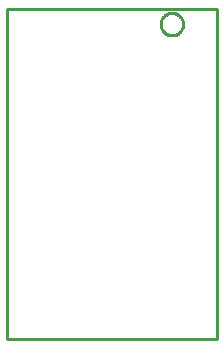
<source format=gbr>
G04 EAGLE Gerber RS-274X export*
G75*
%MOMM*%
%FSLAX34Y34*%
%LPD*%
%IN*%
%IPPOS*%
%AMOC8*
5,1,8,0,0,1.08239X$1,22.5*%
G01*
%ADD10C,0.254000*%


D10*
X0Y0D02*
X177800Y0D01*
X177800Y279400D01*
X0Y279400D01*
X0Y0D01*
X149225Y266284D02*
X149153Y265456D01*
X149008Y264636D01*
X148793Y263833D01*
X148508Y263051D01*
X148157Y262298D01*
X147741Y261577D01*
X147264Y260896D01*
X146729Y260259D01*
X146141Y259671D01*
X145504Y259136D01*
X144823Y258659D01*
X144102Y258243D01*
X143349Y257892D01*
X142567Y257607D01*
X141764Y257392D01*
X140944Y257248D01*
X140116Y257175D01*
X139284Y257175D01*
X138456Y257248D01*
X137636Y257392D01*
X136833Y257607D01*
X136051Y257892D01*
X135298Y258243D01*
X134577Y258659D01*
X133896Y259136D01*
X133259Y259671D01*
X132671Y260259D01*
X132136Y260896D01*
X131659Y261577D01*
X131243Y262298D01*
X130892Y263051D01*
X130607Y263833D01*
X130392Y264636D01*
X130248Y265456D01*
X130175Y266284D01*
X130175Y267116D01*
X130248Y267944D01*
X130392Y268764D01*
X130607Y269567D01*
X130892Y270349D01*
X131243Y271102D01*
X131659Y271823D01*
X132136Y272504D01*
X132671Y273141D01*
X133259Y273729D01*
X133896Y274264D01*
X134577Y274741D01*
X135298Y275157D01*
X136051Y275508D01*
X136833Y275793D01*
X137636Y276008D01*
X138456Y276153D01*
X139284Y276225D01*
X140116Y276225D01*
X140944Y276153D01*
X141764Y276008D01*
X142567Y275793D01*
X143349Y275508D01*
X144102Y275157D01*
X144823Y274741D01*
X145504Y274264D01*
X146141Y273729D01*
X146729Y273141D01*
X147264Y272504D01*
X147741Y271823D01*
X148157Y271102D01*
X148508Y270349D01*
X148793Y269567D01*
X149008Y268764D01*
X149153Y267944D01*
X149225Y267116D01*
X149225Y266284D01*
M02*

</source>
